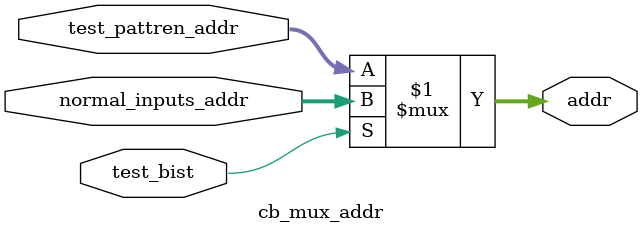
<source format=v>
module cb_mux_addr(
    normal_inputs_addr, 
    test_pattren_addr, 
    test_bist, 

    addr
);

input [3:0] normal_inputs_addr;
input [3:0] test_pattren_addr;
input test_bist;
output [3:0] addr;

wire [3:0] addr;

assign addr = (test_bist)? normal_inputs_addr:test_pattren_addr;

endmodule

</source>
